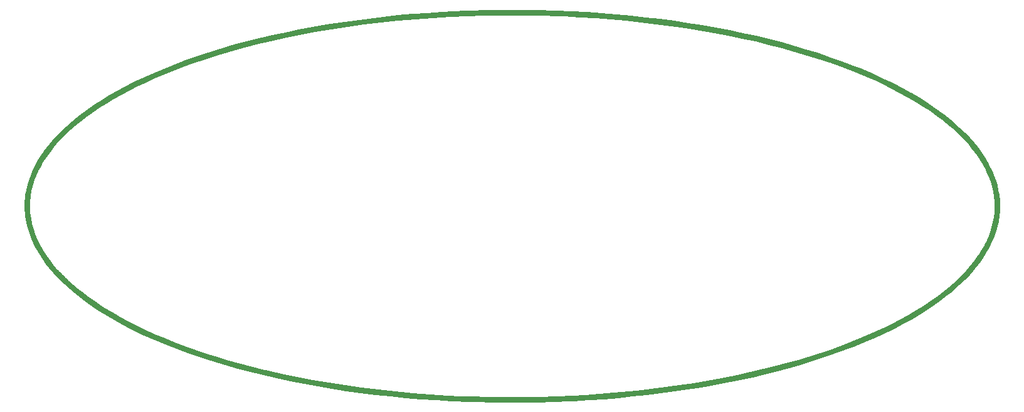
<source format=gbr>
%TF.GenerationSoftware,KiCad,Pcbnew,(5.1.6)-1*%
%TF.CreationDate,2020-10-05T10:15:20-05:00*%
%TF.ProjectId,DDD Charm,44444420-4368-4617-926d-2e6b69636164,rev?*%
%TF.SameCoordinates,Original*%
%TF.FileFunction,Profile,NP*%
%FSLAX46Y46*%
G04 Gerber Fmt 4.6, Leading zero omitted, Abs format (unit mm)*
G04 Created by KiCad (PCBNEW (5.1.6)-1) date 2020-10-05 10:15:20*
%MOMM*%
%LPD*%
G01*
G04 APERTURE LIST*
%TA.AperFunction,Profile*%
%ADD10C,0.400000*%
%TD*%
G04 APERTURE END LIST*
D10*
%TO.C,G\u002A\u002A\u002A*%
X257760953Y-90370239D02*
X258263427Y-90370881D01*
X258263427Y-90370881D02*
X258725447Y-90372051D01*
X258725447Y-90372051D02*
X259152288Y-90373829D01*
X259152288Y-90373829D02*
X259549224Y-90376295D01*
X259549224Y-90376295D02*
X259921531Y-90379528D01*
X259921531Y-90379528D02*
X260274482Y-90383609D01*
X260274482Y-90383609D02*
X260613353Y-90388616D01*
X260613353Y-90388616D02*
X260943417Y-90394630D01*
X260943417Y-90394630D02*
X261269950Y-90401730D01*
X261269950Y-90401730D02*
X261598225Y-90409996D01*
X261598225Y-90409996D02*
X261933518Y-90419509D01*
X261933518Y-90419509D02*
X262281103Y-90430346D01*
X262281103Y-90430346D02*
X262646255Y-90442589D01*
X262646255Y-90442589D02*
X263034248Y-90456318D01*
X263034248Y-90456318D02*
X263116466Y-90459300D01*
X263116466Y-90459300D02*
X265172832Y-90547119D01*
X265172832Y-90547119D02*
X267213719Y-90660127D01*
X267213719Y-90660127D02*
X269237931Y-90798047D01*
X269237931Y-90798047D02*
X271244273Y-90960601D01*
X271244273Y-90960601D02*
X273231549Y-91147513D01*
X273231549Y-91147513D02*
X275198561Y-91358503D01*
X275198561Y-91358503D02*
X277144115Y-91593295D01*
X277144115Y-91593295D02*
X279067015Y-91851611D01*
X279067015Y-91851611D02*
X280966063Y-92133174D01*
X280966063Y-92133174D02*
X282840065Y-92437705D01*
X282840065Y-92437705D02*
X284687824Y-92764928D01*
X284687824Y-92764928D02*
X286508145Y-93114565D01*
X286508145Y-93114565D02*
X288299830Y-93486338D01*
X288299830Y-93486338D02*
X290061685Y-93879969D01*
X290061685Y-93879969D02*
X291792513Y-94295182D01*
X291792513Y-94295182D02*
X293491118Y-94731698D01*
X293491118Y-94731698D02*
X295156304Y-95189241D01*
X295156304Y-95189241D02*
X296786875Y-95667531D01*
X296786875Y-95667531D02*
X298381635Y-96166293D01*
X298381635Y-96166293D02*
X299939388Y-96685248D01*
X299939388Y-96685248D02*
X301458939Y-97224118D01*
X301458939Y-97224118D02*
X302939090Y-97782627D01*
X302939090Y-97782627D02*
X304378646Y-98360497D01*
X304378646Y-98360497D02*
X305776412Y-98957449D01*
X305776412Y-98957449D02*
X307131190Y-99573207D01*
X307131190Y-99573207D02*
X308441785Y-100207493D01*
X308441785Y-100207493D02*
X309707001Y-100860030D01*
X309707001Y-100860030D02*
X310925642Y-101530539D01*
X310925642Y-101530539D02*
X310996486Y-101570897D01*
X310996486Y-101570897D02*
X311993305Y-102157499D01*
X311993305Y-102157499D02*
X312952561Y-102757690D01*
X312952561Y-102757690D02*
X313873135Y-103370501D01*
X313873135Y-103370501D02*
X314753905Y-103994962D01*
X314753905Y-103994962D02*
X315593748Y-104630103D01*
X315593748Y-104630103D02*
X316391545Y-105274954D01*
X316391545Y-105274954D02*
X317146173Y-105928547D01*
X317146173Y-105928547D02*
X317856512Y-106589912D01*
X317856512Y-106589912D02*
X318521440Y-107258078D01*
X318521440Y-107258078D02*
X319139835Y-107932077D01*
X319139835Y-107932077D02*
X319710576Y-108610938D01*
X319710576Y-108610938D02*
X320232542Y-109293693D01*
X320232542Y-109293693D02*
X320683457Y-109946937D01*
X320683457Y-109946937D02*
X320840730Y-110189877D01*
X320840730Y-110189877D02*
X320976228Y-110405506D01*
X320976228Y-110405506D02*
X321097473Y-110606857D01*
X321097473Y-110606857D02*
X321211988Y-110806960D01*
X321211988Y-110806960D02*
X321327294Y-111018845D01*
X321327294Y-111018845D02*
X321450915Y-111255544D01*
X321450915Y-111255544D02*
X321541800Y-111433835D01*
X321541800Y-111433835D02*
X321844215Y-112066121D01*
X321844215Y-112066121D02*
X322103456Y-112684928D01*
X322103456Y-112684928D02*
X322322237Y-113299040D01*
X322322237Y-113299040D02*
X322503275Y-113917239D01*
X322503275Y-113917239D02*
X322649284Y-114548309D01*
X322649284Y-114548309D02*
X322762979Y-115201032D01*
X322762979Y-115201032D02*
X322807157Y-115526907D01*
X322807157Y-115526907D02*
X322824991Y-115710765D01*
X322824991Y-115710765D02*
X322838770Y-115934540D01*
X322838770Y-115934540D02*
X322848489Y-116187783D01*
X322848489Y-116187783D02*
X322854140Y-116460041D01*
X322854140Y-116460041D02*
X322855717Y-116740866D01*
X322855717Y-116740866D02*
X322853213Y-117019805D01*
X322853213Y-117019805D02*
X322846621Y-117286409D01*
X322846621Y-117286409D02*
X322835935Y-117530226D01*
X322835935Y-117530226D02*
X322821148Y-117740806D01*
X322821148Y-117740806D02*
X322808664Y-117860341D01*
X322808664Y-117860341D02*
X322763473Y-118198190D01*
X322763473Y-118198190D02*
X322715053Y-118504412D01*
X322715053Y-118504412D02*
X322659877Y-118798386D01*
X322659877Y-118798386D02*
X322594419Y-119099488D01*
X322594419Y-119099488D02*
X322546401Y-119301205D01*
X322546401Y-119301205D02*
X322344640Y-120021776D01*
X322344640Y-120021776D02*
X322092200Y-120742101D01*
X322092200Y-120742101D02*
X321789404Y-121461458D01*
X321789404Y-121461458D02*
X321436577Y-122179127D01*
X321436577Y-122179127D02*
X321034040Y-122894387D01*
X321034040Y-122894387D02*
X320683857Y-123453063D01*
X320683857Y-123453063D02*
X320212781Y-124133122D01*
X320212781Y-124133122D02*
X319692115Y-124811406D01*
X319692115Y-124811406D02*
X319123275Y-125486470D01*
X319123275Y-125486470D02*
X318507674Y-126156873D01*
X318507674Y-126156873D02*
X317846725Y-126821171D01*
X317846725Y-126821171D02*
X317141844Y-127477922D01*
X317141844Y-127477922D02*
X316394443Y-128125682D01*
X316394443Y-128125682D02*
X315605937Y-128763010D01*
X315605937Y-128763010D02*
X315102309Y-129148333D01*
X315102309Y-129148333D02*
X314141933Y-129842811D01*
X314141933Y-129842811D02*
X313133544Y-130522992D01*
X313133544Y-130522992D02*
X312078176Y-131188584D01*
X312078176Y-131188584D02*
X310976861Y-131839294D01*
X310976861Y-131839294D02*
X309830631Y-132474827D01*
X309830631Y-132474827D02*
X308640518Y-133094892D01*
X308640518Y-133094892D02*
X307407556Y-133699194D01*
X307407556Y-133699194D02*
X306132776Y-134287441D01*
X306132776Y-134287441D02*
X304817210Y-134859340D01*
X304817210Y-134859340D02*
X303461891Y-135414597D01*
X303461891Y-135414597D02*
X302067852Y-135952918D01*
X302067852Y-135952918D02*
X300636124Y-136474012D01*
X300636124Y-136474012D02*
X299167740Y-136977585D01*
X299167740Y-136977585D02*
X297663732Y-137463342D01*
X297663732Y-137463342D02*
X296125133Y-137930992D01*
X296125133Y-137930992D02*
X294552975Y-138380242D01*
X294552975Y-138380242D02*
X292948291Y-138810797D01*
X292948291Y-138810797D02*
X291312111Y-139222364D01*
X291312111Y-139222364D02*
X289645470Y-139614652D01*
X289645470Y-139614652D02*
X287949399Y-139987365D01*
X287949399Y-139987365D02*
X286224931Y-140340212D01*
X286224931Y-140340212D02*
X284473098Y-140672898D01*
X284473098Y-140672898D02*
X282694932Y-140985132D01*
X282694932Y-140985132D02*
X280891466Y-141276618D01*
X280891466Y-141276618D02*
X279063732Y-141547065D01*
X279063732Y-141547065D02*
X277212762Y-141796180D01*
X277212762Y-141796180D02*
X275339589Y-142023668D01*
X275339589Y-142023668D02*
X273445245Y-142229237D01*
X273445245Y-142229237D02*
X271530762Y-142412593D01*
X271530762Y-142412593D02*
X269597173Y-142573444D01*
X269597173Y-142573444D02*
X267645510Y-142711496D01*
X267645510Y-142711496D02*
X267260542Y-142735882D01*
X267260542Y-142735882D02*
X266723626Y-142768541D01*
X266723626Y-142768541D02*
X266205335Y-142798549D01*
X266205335Y-142798549D02*
X265698417Y-142826229D01*
X265698417Y-142826229D02*
X265195619Y-142851905D01*
X265195619Y-142851905D02*
X264689690Y-142875899D01*
X264689690Y-142875899D02*
X264173376Y-142898535D01*
X264173376Y-142898535D02*
X263639424Y-142920135D01*
X263639424Y-142920135D02*
X263080582Y-142941023D01*
X263080582Y-142941023D02*
X262489598Y-142961522D01*
X262489598Y-142961522D02*
X261859218Y-142981955D01*
X261859218Y-142981955D02*
X261458836Y-142994324D01*
X261458836Y-142994324D02*
X261328352Y-142997544D01*
X261328352Y-142997544D02*
X261151514Y-143000757D01*
X261151514Y-143000757D02*
X260932759Y-143003941D01*
X260932759Y-143003941D02*
X260676528Y-143007074D01*
X260676528Y-143007074D02*
X260387259Y-143010135D01*
X260387259Y-143010135D02*
X260069391Y-143013102D01*
X260069391Y-143013102D02*
X259727365Y-143015952D01*
X259727365Y-143015952D02*
X259365618Y-143018664D01*
X259365618Y-143018664D02*
X258988591Y-143021217D01*
X258988591Y-143021217D02*
X258600723Y-143023587D01*
X258600723Y-143023587D02*
X258206453Y-143025754D01*
X258206453Y-143025754D02*
X257810221Y-143027696D01*
X257810221Y-143027696D02*
X257416465Y-143029390D01*
X257416465Y-143029390D02*
X257029625Y-143030816D01*
X257029625Y-143030816D02*
X256654140Y-143031950D01*
X256654140Y-143031950D02*
X256294450Y-143032771D01*
X256294450Y-143032771D02*
X255954993Y-143033258D01*
X255954993Y-143033258D02*
X255640210Y-143033389D01*
X255640210Y-143033389D02*
X255354538Y-143033141D01*
X255354538Y-143033141D02*
X255102419Y-143032492D01*
X255102419Y-143032492D02*
X254888290Y-143031422D01*
X254888290Y-143031422D02*
X254716592Y-143029908D01*
X254716592Y-143029908D02*
X254598795Y-143028081D01*
X254598795Y-143028081D02*
X253845212Y-143011330D01*
X253845212Y-143011330D02*
X253135744Y-142993802D01*
X253135744Y-142993802D02*
X252463504Y-142975264D01*
X252463504Y-142975264D02*
X251821607Y-142955482D01*
X251821607Y-142955482D02*
X251203166Y-142934223D01*
X251203166Y-142934223D02*
X250601294Y-142911255D01*
X250601294Y-142911255D02*
X250009107Y-142886345D01*
X250009107Y-142886345D02*
X249419717Y-142859259D01*
X249419717Y-142859259D02*
X249001105Y-142838678D01*
X249001105Y-142838678D02*
X246922474Y-142720269D01*
X246922474Y-142720269D02*
X244860081Y-142575741D01*
X244860081Y-142575741D02*
X242815303Y-142405392D01*
X242815303Y-142405392D02*
X240789522Y-142209522D01*
X240789522Y-142209522D02*
X238784116Y-141988430D01*
X238784116Y-141988430D02*
X236800464Y-141742415D01*
X236800464Y-141742415D02*
X234839946Y-141471776D01*
X234839946Y-141471776D02*
X232903941Y-141176812D01*
X232903941Y-141176812D02*
X230993828Y-140857821D01*
X230993828Y-140857821D02*
X229110988Y-140515105D01*
X229110988Y-140515105D02*
X227256798Y-140148960D01*
X227256798Y-140148960D02*
X225432639Y-139759687D01*
X225432639Y-139759687D02*
X223639889Y-139347584D01*
X223639889Y-139347584D02*
X221879929Y-138912951D01*
X221879929Y-138912951D02*
X220154138Y-138456086D01*
X220154138Y-138456086D02*
X218463894Y-137977289D01*
X218463894Y-137977289D02*
X216810577Y-137476859D01*
X216810577Y-137476859D02*
X215195567Y-136955094D01*
X215195567Y-136955094D02*
X213620243Y-136412295D01*
X213620243Y-136412295D02*
X212085984Y-135848759D01*
X212085984Y-135848759D02*
X210594169Y-135264787D01*
X210594169Y-135264787D02*
X209146179Y-134660677D01*
X209146179Y-134660677D02*
X207743391Y-134036728D01*
X207743391Y-134036728D02*
X207165060Y-133767423D01*
X207165060Y-133767423D02*
X205960610Y-133181971D01*
X205960610Y-133181971D02*
X204800856Y-132583970D01*
X204800856Y-132583970D02*
X203686211Y-131973730D01*
X203686211Y-131973730D02*
X202617089Y-131351556D01*
X202617089Y-131351556D02*
X201593902Y-130717757D01*
X201593902Y-130717757D02*
X200617064Y-130072641D01*
X200617064Y-130072641D02*
X199686989Y-129416515D01*
X199686989Y-129416515D02*
X198804090Y-128749688D01*
X198804090Y-128749688D02*
X197968780Y-128072466D01*
X197968780Y-128072466D02*
X197181472Y-127385158D01*
X197181472Y-127385158D02*
X196442579Y-126688072D01*
X196442579Y-126688072D02*
X195752515Y-125981515D01*
X195752515Y-125981515D02*
X195111694Y-125265795D01*
X195111694Y-125265795D02*
X194520528Y-124541220D01*
X194520528Y-124541220D02*
X194194205Y-124108333D01*
X194194205Y-124108333D02*
X193722879Y-123427280D01*
X193722879Y-123427280D02*
X193294292Y-122732754D01*
X193294292Y-122732754D02*
X192909862Y-122027686D01*
X192909862Y-122027686D02*
X192571008Y-121315007D01*
X192571008Y-121315007D02*
X192279151Y-120597648D01*
X192279151Y-120597648D02*
X192035709Y-119878541D01*
X192035709Y-119878541D02*
X191886628Y-119343286D01*
X191886628Y-119343286D02*
X191782785Y-118898870D01*
X191782785Y-118898870D02*
X191701561Y-118472428D01*
X191701561Y-118472428D02*
X191641344Y-118050469D01*
X191641344Y-118050469D02*
X191600519Y-117619504D01*
X191600519Y-117619504D02*
X191577475Y-117166040D01*
X191577475Y-117166040D02*
X191572988Y-116862605D01*
X191572988Y-116862605D02*
X191894322Y-116862605D01*
X191894322Y-116862605D02*
X191897835Y-117120322D01*
X191897835Y-117120322D02*
X191905424Y-117357027D01*
X191905424Y-117357027D02*
X191917217Y-117562446D01*
X191917217Y-117562446D02*
X191924086Y-117643574D01*
X191924086Y-117643574D02*
X192019677Y-118377815D01*
X192019677Y-118377815D02*
X192165139Y-119107265D01*
X192165139Y-119107265D02*
X192360576Y-119832143D01*
X192360576Y-119832143D02*
X192606095Y-120552668D01*
X192606095Y-120552668D02*
X192901803Y-121269057D01*
X192901803Y-121269057D02*
X193247806Y-121981531D01*
X193247806Y-121981531D02*
X193644211Y-122690306D01*
X193644211Y-122690306D02*
X194091124Y-123395603D01*
X194091124Y-123395603D02*
X194588652Y-124097639D01*
X194588652Y-124097639D02*
X195136900Y-124796633D01*
X195136900Y-124796633D02*
X195735976Y-125492804D01*
X195735976Y-125492804D02*
X195759273Y-125518682D01*
X195759273Y-125518682D02*
X195908974Y-125680799D01*
X195908974Y-125680799D02*
X196088816Y-125869141D01*
X196088816Y-125869141D02*
X196290936Y-126075917D01*
X196290936Y-126075917D02*
X196507470Y-126293338D01*
X196507470Y-126293338D02*
X196730557Y-126513610D01*
X196730557Y-126513610D02*
X196952335Y-126728942D01*
X196952335Y-126728942D02*
X197164939Y-126931544D01*
X197164939Y-126931544D02*
X197360507Y-127113624D01*
X197360507Y-127113624D02*
X197460599Y-127204570D01*
X197460599Y-127204570D02*
X198270323Y-127904416D01*
X198270323Y-127904416D02*
X199129050Y-128592824D01*
X199129050Y-128592824D02*
X200036000Y-129269445D01*
X200036000Y-129269445D02*
X200990391Y-129933926D01*
X200990391Y-129933926D02*
X201991442Y-130585918D01*
X201991442Y-130585918D02*
X203038373Y-131225070D01*
X203038373Y-131225070D02*
X204130401Y-131851030D01*
X204130401Y-131851030D02*
X205266748Y-132463450D01*
X205266748Y-132463450D02*
X206446630Y-133061977D01*
X206446630Y-133061977D02*
X207669267Y-133646261D01*
X207669267Y-133646261D02*
X208933879Y-134215952D01*
X208933879Y-134215952D02*
X210239683Y-134770698D01*
X210239683Y-134770698D02*
X211585900Y-135310150D01*
X211585900Y-135310150D02*
X212971748Y-135833956D01*
X212971748Y-135833956D02*
X214396446Y-136341766D01*
X214396446Y-136341766D02*
X215859212Y-136833229D01*
X215859212Y-136833229D02*
X217359267Y-137307995D01*
X217359267Y-137307995D02*
X218895829Y-137765713D01*
X218895829Y-137765713D02*
X220468116Y-138206032D01*
X220468116Y-138206032D02*
X222075348Y-138628601D01*
X222075348Y-138628601D02*
X223716745Y-139033070D01*
X223716745Y-139033070D02*
X223907129Y-139078282D01*
X223907129Y-139078282D02*
X225980156Y-139548480D01*
X225980156Y-139548480D02*
X228091569Y-139987487D01*
X228091569Y-139987487D02*
X230239172Y-140395009D01*
X230239172Y-140395009D02*
X232420773Y-140770757D01*
X232420773Y-140770757D02*
X234634179Y-141114438D01*
X234634179Y-141114438D02*
X236877195Y-141425761D01*
X236877195Y-141425761D02*
X239147629Y-141704435D01*
X239147629Y-141704435D02*
X241443286Y-141950168D01*
X241443286Y-141950168D02*
X243761974Y-142162668D01*
X243761974Y-142162668D02*
X246101500Y-142341644D01*
X246101500Y-142341644D02*
X248459669Y-142486804D01*
X248459669Y-142486804D02*
X250186948Y-142571047D01*
X250186948Y-142571047D02*
X250894852Y-142600114D01*
X250894852Y-142600114D02*
X251635476Y-142627387D01*
X251635476Y-142627387D02*
X252390550Y-142652252D01*
X252390550Y-142652252D02*
X253141804Y-142674095D01*
X253141804Y-142674095D02*
X253604217Y-142686010D01*
X253604217Y-142686010D02*
X253768782Y-142689219D01*
X253768782Y-142689219D02*
X253978579Y-142691993D01*
X253978579Y-142691993D02*
X254229495Y-142694341D01*
X254229495Y-142694341D02*
X254517417Y-142696275D01*
X254517417Y-142696275D02*
X254838231Y-142697806D01*
X254838231Y-142697806D02*
X255187825Y-142698946D01*
X255187825Y-142698946D02*
X255562086Y-142699706D01*
X255562086Y-142699706D02*
X255956900Y-142700097D01*
X255956900Y-142700097D02*
X256368155Y-142700130D01*
X256368155Y-142700130D02*
X256791738Y-142699817D01*
X256791738Y-142699817D02*
X257223535Y-142699168D01*
X257223535Y-142699168D02*
X257659434Y-142698195D01*
X257659434Y-142698195D02*
X258095321Y-142696910D01*
X258095321Y-142696910D02*
X258527084Y-142695323D01*
X258527084Y-142695323D02*
X258950609Y-142693445D01*
X258950609Y-142693445D02*
X259361784Y-142691289D01*
X259361784Y-142691289D02*
X259756496Y-142688865D01*
X259756496Y-142688865D02*
X260130630Y-142686184D01*
X260130630Y-142686184D02*
X260480075Y-142683258D01*
X260480075Y-142683258D02*
X260800718Y-142680098D01*
X260800718Y-142680098D02*
X261088445Y-142676714D01*
X261088445Y-142676714D02*
X261339143Y-142673120D01*
X261339143Y-142673120D02*
X261548699Y-142669325D01*
X261548699Y-142669325D02*
X261713001Y-142665341D01*
X261713001Y-142665341D02*
X261764860Y-142663706D01*
X261764860Y-142663706D02*
X262404446Y-142641285D01*
X262404446Y-142641285D02*
X262998945Y-142619580D01*
X262998945Y-142619580D02*
X263554266Y-142598307D01*
X263554266Y-142598307D02*
X264076315Y-142577183D01*
X264076315Y-142577183D02*
X264571000Y-142555925D01*
X264571000Y-142555925D02*
X265044228Y-142534248D01*
X265044228Y-142534248D02*
X265501908Y-142511871D01*
X265501908Y-142511871D02*
X265949946Y-142488509D01*
X265949946Y-142488509D02*
X266394251Y-142463879D01*
X266394251Y-142463879D02*
X266840729Y-142437698D01*
X266840729Y-142437698D02*
X267295289Y-142409683D01*
X267295289Y-142409683D02*
X267763838Y-142379550D01*
X267763838Y-142379550D02*
X267961848Y-142366484D01*
X267961848Y-142366484D02*
X269985122Y-142218911D01*
X269985122Y-142218911D02*
X271990858Y-142046320D01*
X271990858Y-142046320D02*
X273977720Y-141849025D01*
X273977720Y-141849025D02*
X275944372Y-141627342D01*
X275944372Y-141627342D02*
X277889479Y-141381586D01*
X277889479Y-141381586D02*
X279811707Y-141112073D01*
X279811707Y-141112073D02*
X281709721Y-140819117D01*
X281709721Y-140819117D02*
X283582185Y-140503033D01*
X283582185Y-140503033D02*
X285427765Y-140164138D01*
X285427765Y-140164138D02*
X287245124Y-139802745D01*
X287245124Y-139802745D02*
X289032929Y-139419171D01*
X289032929Y-139419171D02*
X290789844Y-139013730D01*
X290789844Y-139013730D02*
X292514535Y-138586738D01*
X292514535Y-138586738D02*
X294205665Y-138138509D01*
X294205665Y-138138509D02*
X295861900Y-137669360D01*
X295861900Y-137669360D02*
X297481905Y-137179605D01*
X297481905Y-137179605D02*
X299064345Y-136669559D01*
X299064345Y-136669559D02*
X300607885Y-136139538D01*
X300607885Y-136139538D02*
X302111190Y-135589856D01*
X302111190Y-135589856D02*
X303572924Y-135020830D01*
X303572924Y-135020830D02*
X304991753Y-134432773D01*
X304991753Y-134432773D02*
X306366341Y-133826002D01*
X306366341Y-133826002D02*
X307695354Y-133200832D01*
X307695354Y-133200832D02*
X308522791Y-132790502D01*
X308522791Y-132790502D02*
X309672429Y-132191132D01*
X309672429Y-132191132D02*
X310775317Y-131580948D01*
X310775317Y-131580948D02*
X311831181Y-130960170D01*
X311831181Y-130960170D02*
X312839747Y-130329016D01*
X312839747Y-130329016D02*
X313800743Y-129687705D01*
X313800743Y-129687705D02*
X314713894Y-129036455D01*
X314713894Y-129036455D02*
X315578927Y-128375487D01*
X315578927Y-128375487D02*
X316395568Y-127705019D01*
X316395568Y-127705019D02*
X317163544Y-127025270D01*
X317163544Y-127025270D02*
X317882580Y-126336458D01*
X317882580Y-126336458D02*
X318552404Y-125638803D01*
X318552404Y-125638803D02*
X319172742Y-124932524D01*
X319172742Y-124932524D02*
X319743320Y-124217840D01*
X319743320Y-124217840D02*
X320263864Y-123494970D01*
X320263864Y-123494970D02*
X320408272Y-123279518D01*
X320408272Y-123279518D02*
X320598653Y-122986075D01*
X320598653Y-122986075D02*
X320765111Y-122718688D01*
X320765111Y-122718688D02*
X320915556Y-122463561D01*
X320915556Y-122463561D02*
X321057901Y-122206901D01*
X321057901Y-122206901D02*
X321200055Y-121934914D01*
X321200055Y-121934914D02*
X321337056Y-121660140D01*
X321337056Y-121660140D02*
X321650730Y-120973691D01*
X321650730Y-120973691D02*
X321915419Y-120294335D01*
X321915419Y-120294335D02*
X322131999Y-119618443D01*
X322131999Y-119618443D02*
X322301347Y-118942384D01*
X322301347Y-118942384D02*
X322424342Y-118262529D01*
X322424342Y-118262529D02*
X322501860Y-117575247D01*
X322501860Y-117575247D02*
X322534780Y-116876908D01*
X322534780Y-116876908D02*
X322536145Y-116700000D01*
X322536145Y-116700000D02*
X322515378Y-116012084D01*
X322515378Y-116012084D02*
X322452385Y-115337532D01*
X322452385Y-115337532D02*
X322346123Y-114672087D01*
X322346123Y-114672087D02*
X322195551Y-114011488D01*
X322195551Y-114011488D02*
X321999628Y-113351477D01*
X321999628Y-113351477D02*
X321757312Y-112687796D01*
X321757312Y-112687796D02*
X321467563Y-112016184D01*
X321467563Y-112016184D02*
X321310890Y-111688855D01*
X321310890Y-111688855D02*
X320933393Y-110976291D01*
X320933393Y-110976291D02*
X320507457Y-110270370D01*
X320507457Y-110270370D02*
X320032772Y-109570714D01*
X320032772Y-109570714D02*
X319509027Y-108876948D01*
X319509027Y-108876948D02*
X318935911Y-108188693D01*
X318935911Y-108188693D02*
X318313112Y-107505575D01*
X318313112Y-107505575D02*
X317640319Y-106827215D01*
X317640319Y-106827215D02*
X316917223Y-106153237D01*
X316917223Y-106153237D02*
X316288088Y-105604902D01*
X316288088Y-105604902D02*
X315496218Y-104958831D01*
X315496218Y-104958831D02*
X314655155Y-104319638D01*
X314655155Y-104319638D02*
X313766351Y-103688178D01*
X313766351Y-103688178D02*
X312831260Y-103065301D01*
X312831260Y-103065301D02*
X311851335Y-102451861D01*
X311851335Y-102451861D02*
X310828029Y-101848710D01*
X310828029Y-101848710D02*
X309762795Y-101256702D01*
X309762795Y-101256702D02*
X308657086Y-100676689D01*
X308657086Y-100676689D02*
X307512356Y-100109523D01*
X307512356Y-100109523D02*
X306330058Y-99556058D01*
X306330058Y-99556058D02*
X305111644Y-99017145D01*
X305111644Y-99017145D02*
X304926158Y-98937745D01*
X304926158Y-98937745D02*
X303443415Y-98326033D01*
X303443415Y-98326033D02*
X301915629Y-97735485D01*
X301915629Y-97735485D02*
X300344296Y-97166400D01*
X300344296Y-97166400D02*
X298730913Y-96619074D01*
X298730913Y-96619074D02*
X297076977Y-96093808D01*
X297076977Y-96093808D02*
X295383986Y-95590898D01*
X295383986Y-95590898D02*
X293653435Y-95110643D01*
X293653435Y-95110643D02*
X291886823Y-94653342D01*
X291886823Y-94653342D02*
X290085645Y-94219292D01*
X290085645Y-94219292D02*
X288251400Y-93808792D01*
X288251400Y-93808792D02*
X286385583Y-93422140D01*
X286385583Y-93422140D02*
X284489692Y-93059634D01*
X284489692Y-93059634D02*
X282565224Y-92721573D01*
X282565224Y-92721573D02*
X280613675Y-92408254D01*
X280613675Y-92408254D02*
X278636543Y-92119977D01*
X278636543Y-92119977D02*
X276635325Y-91857038D01*
X276635325Y-91857038D02*
X274611517Y-91619737D01*
X274611517Y-91619737D02*
X272566617Y-91408372D01*
X272566617Y-91408372D02*
X270502121Y-91223241D01*
X270502121Y-91223241D02*
X268419527Y-91064641D01*
X268419527Y-91064641D02*
X266320331Y-90932872D01*
X266320331Y-90932872D02*
X264225803Y-90829081D01*
X264225803Y-90829081D02*
X263641573Y-90804653D01*
X263641573Y-90804653D02*
X263084994Y-90782918D01*
X263084994Y-90782918D02*
X262550073Y-90763775D01*
X262550073Y-90763775D02*
X262030815Y-90747122D01*
X262030815Y-90747122D02*
X261521228Y-90732861D01*
X261521228Y-90732861D02*
X261015318Y-90720889D01*
X261015318Y-90720889D02*
X260507091Y-90711107D01*
X260507091Y-90711107D02*
X259990554Y-90703414D01*
X259990554Y-90703414D02*
X259459713Y-90697708D01*
X259459713Y-90697708D02*
X258908575Y-90693890D01*
X258908575Y-90693890D02*
X258331146Y-90691859D01*
X258331146Y-90691859D02*
X257721433Y-90691514D01*
X257721433Y-90691514D02*
X257073442Y-90692755D01*
X257073442Y-90692755D02*
X256381179Y-90695480D01*
X256381179Y-90695480D02*
X256294679Y-90695903D01*
X256294679Y-90695903D02*
X255810614Y-90698413D01*
X255810614Y-90698413D02*
X255372316Y-90700938D01*
X255372316Y-90700938D02*
X254974545Y-90703574D01*
X254974545Y-90703574D02*
X254612065Y-90706416D01*
X254612065Y-90706416D02*
X254279636Y-90709561D01*
X254279636Y-90709561D02*
X253972022Y-90713104D01*
X253972022Y-90713104D02*
X253683984Y-90717142D01*
X253683984Y-90717142D02*
X253410284Y-90721770D01*
X253410284Y-90721770D02*
X253145684Y-90727084D01*
X253145684Y-90727084D02*
X252884946Y-90733181D01*
X252884946Y-90733181D02*
X252622833Y-90740156D01*
X252622833Y-90740156D02*
X252354106Y-90748105D01*
X252354106Y-90748105D02*
X252073527Y-90757125D01*
X252073527Y-90757125D02*
X251775859Y-90767310D01*
X251775859Y-90767310D02*
X251455863Y-90778758D01*
X251455863Y-90778758D02*
X251143273Y-90790262D01*
X251143273Y-90790262D02*
X248781493Y-90895487D01*
X248781493Y-90895487D02*
X246433112Y-91034975D01*
X246433112Y-91034975D02*
X244100643Y-91208406D01*
X244100643Y-91208406D02*
X241786597Y-91415462D01*
X241786597Y-91415462D02*
X239493487Y-91655823D01*
X239493487Y-91655823D02*
X237223825Y-91929169D01*
X237223825Y-91929169D02*
X234980121Y-92235181D01*
X234980121Y-92235181D02*
X232764888Y-92573540D01*
X232764888Y-92573540D02*
X230580637Y-92943926D01*
X230580637Y-92943926D02*
X228429881Y-93346019D01*
X228429881Y-93346019D02*
X226315132Y-93779500D01*
X226315132Y-93779500D02*
X224544679Y-94173115D01*
X224544679Y-94173115D02*
X222952297Y-94552287D01*
X222952297Y-94552287D02*
X221392012Y-94948070D01*
X221392012Y-94948070D02*
X219864452Y-95360112D01*
X219864452Y-95360112D02*
X218370245Y-95788065D01*
X218370245Y-95788065D02*
X216910020Y-96231578D01*
X216910020Y-96231578D02*
X215484405Y-96690300D01*
X215484405Y-96690300D02*
X214094029Y-97163881D01*
X214094029Y-97163881D02*
X212739519Y-97651971D01*
X212739519Y-97651971D02*
X211421506Y-98154220D01*
X211421506Y-98154220D02*
X210140617Y-98670278D01*
X210140617Y-98670278D02*
X208897480Y-99199794D01*
X208897480Y-99199794D02*
X207692725Y-99742417D01*
X207692725Y-99742417D02*
X206526978Y-100297799D01*
X206526978Y-100297799D02*
X205400870Y-100865589D01*
X205400870Y-100865589D02*
X204315029Y-101445435D01*
X204315029Y-101445435D02*
X203270082Y-102036989D01*
X203270082Y-102036989D02*
X202266658Y-102639900D01*
X202266658Y-102639900D02*
X201305387Y-103253817D01*
X201305387Y-103253817D02*
X200386895Y-103878391D01*
X200386895Y-103878391D02*
X199511813Y-104513271D01*
X199511813Y-104513271D02*
X198680768Y-105158106D01*
X198680768Y-105158106D02*
X197894388Y-105812548D01*
X197894388Y-105812548D02*
X197153303Y-106476245D01*
X197153303Y-106476245D02*
X196458140Y-107148847D01*
X196458140Y-107148847D02*
X195809528Y-107830004D01*
X195809528Y-107830004D02*
X195208096Y-108519366D01*
X195208096Y-108519366D02*
X194654472Y-109216582D01*
X194654472Y-109216582D02*
X194149284Y-109921303D01*
X194149284Y-109921303D02*
X193693161Y-110633177D01*
X193693161Y-110633177D02*
X193286732Y-111351856D01*
X193286732Y-111351856D02*
X193114551Y-111688855D01*
X193114551Y-111688855D02*
X192836109Y-112284448D01*
X192836109Y-112284448D02*
X192597958Y-112864172D01*
X192597958Y-112864172D02*
X192396809Y-113438662D01*
X192396809Y-113438662D02*
X192229374Y-114018551D01*
X192229374Y-114018551D02*
X192092365Y-114614475D01*
X192092365Y-114614475D02*
X191982496Y-115237068D01*
X191982496Y-115237068D02*
X191951605Y-115450401D01*
X191951605Y-115450401D02*
X191933373Y-115618436D01*
X191933373Y-115618436D02*
X191918444Y-115827102D01*
X191918444Y-115827102D02*
X191906945Y-116066126D01*
X191906945Y-116066126D02*
X191899005Y-116325234D01*
X191899005Y-116325234D02*
X191894755Y-116594151D01*
X191894755Y-116594151D02*
X191894322Y-116862605D01*
X191894322Y-116862605D02*
X191572988Y-116862605D01*
X191572988Y-116862605D02*
X191570583Y-116700000D01*
X191570583Y-116700000D02*
X191571788Y-116415693D01*
X191571788Y-116415693D02*
X191576014Y-116170665D01*
X191576014Y-116170665D02*
X191584173Y-115953232D01*
X191584173Y-115953232D02*
X191597176Y-115751713D01*
X191597176Y-115751713D02*
X191615939Y-115554425D01*
X191615939Y-115554425D02*
X191641372Y-115349685D01*
X191641372Y-115349685D02*
X191674388Y-115125813D01*
X191674388Y-115125813D02*
X191711347Y-114898280D01*
X191711347Y-114898280D02*
X191852778Y-114199747D01*
X191852778Y-114199747D02*
X192043626Y-113496960D01*
X192043626Y-113496960D02*
X192282761Y-112792474D01*
X192282761Y-112792474D02*
X192569052Y-112088841D01*
X192569052Y-112088841D02*
X192901368Y-111388615D01*
X192901368Y-111388615D02*
X193278580Y-110694348D01*
X193278580Y-110694348D02*
X193699557Y-110008594D01*
X193699557Y-110008594D02*
X194163168Y-109333907D01*
X194163168Y-109333907D02*
X194193897Y-109291666D01*
X194193897Y-109291666D02*
X194749016Y-108569379D01*
X194749016Y-108569379D02*
X195354113Y-107854907D01*
X195354113Y-107854907D02*
X196008708Y-107148632D01*
X196008708Y-107148632D02*
X196712320Y-106450935D01*
X196712320Y-106450935D02*
X197464468Y-105762197D01*
X197464468Y-105762197D02*
X198264671Y-105082800D01*
X198264671Y-105082800D02*
X199112449Y-104413125D01*
X199112449Y-104413125D02*
X200007321Y-103753554D01*
X200007321Y-103753554D02*
X200948806Y-103104469D01*
X200948806Y-103104469D02*
X201936423Y-102466249D01*
X201936423Y-102466249D02*
X202969691Y-101839278D01*
X202969691Y-101839278D02*
X204048129Y-101223936D01*
X204048129Y-101223936D02*
X205035643Y-100691567D01*
X205035643Y-100691567D02*
X206308206Y-100044683D01*
X206308206Y-100044683D02*
X207627274Y-99415843D01*
X207627274Y-99415843D02*
X208991533Y-98805349D01*
X208991533Y-98805349D02*
X210399669Y-98213502D01*
X210399669Y-98213502D02*
X211850369Y-97640604D01*
X211850369Y-97640604D02*
X213342318Y-97086956D01*
X213342318Y-97086956D02*
X214874202Y-96552859D01*
X214874202Y-96552859D02*
X216444709Y-96038616D01*
X216444709Y-96038616D02*
X218052523Y-95544528D01*
X218052523Y-95544528D02*
X219696332Y-95070896D01*
X219696332Y-95070896D02*
X221374821Y-94618022D01*
X221374821Y-94618022D02*
X223086677Y-94186207D01*
X223086677Y-94186207D02*
X224830586Y-93775753D01*
X224830586Y-93775753D02*
X226605234Y-93386961D01*
X226605234Y-93386961D02*
X228409307Y-93020133D01*
X228409307Y-93020133D02*
X230241492Y-92675571D01*
X230241492Y-92675571D02*
X232100474Y-92353576D01*
X232100474Y-92353576D02*
X233984940Y-92054449D01*
X233984940Y-92054449D02*
X235893576Y-91778492D01*
X235893576Y-91778492D02*
X237825069Y-91526007D01*
X237825069Y-91526007D02*
X239778103Y-91297294D01*
X239778103Y-91297294D02*
X241751367Y-91092657D01*
X241751367Y-91092657D02*
X243743545Y-90912395D01*
X243743545Y-90912395D02*
X245753324Y-90756811D01*
X245753324Y-90756811D02*
X247779391Y-90626206D01*
X247779391Y-90626206D02*
X249230623Y-90548632D01*
X249230623Y-90548632D02*
X249813520Y-90520783D01*
X249813520Y-90520783D02*
X250366776Y-90495793D01*
X250366776Y-90495793D02*
X250896366Y-90473526D01*
X250896366Y-90473526D02*
X251408267Y-90453851D01*
X251408267Y-90453851D02*
X251908457Y-90436633D01*
X251908457Y-90436633D02*
X252402911Y-90421739D01*
X252402911Y-90421739D02*
X252897607Y-90409034D01*
X252897607Y-90409034D02*
X253398521Y-90398385D01*
X253398521Y-90398385D02*
X253911631Y-90389658D01*
X253911631Y-90389658D02*
X254442912Y-90382720D01*
X254442912Y-90382720D02*
X254998342Y-90377436D01*
X254998342Y-90377436D02*
X255583897Y-90373674D01*
X255583897Y-90373674D02*
X256205555Y-90371299D01*
X256205555Y-90371299D02*
X256869291Y-90370177D01*
X256869291Y-90370177D02*
X257212751Y-90370045D01*
X257212751Y-90370045D02*
X257760953Y-90370239D01*
X257760953Y-90370239D02*
X257760953Y-90370239D01*
%TD*%
M02*

</source>
